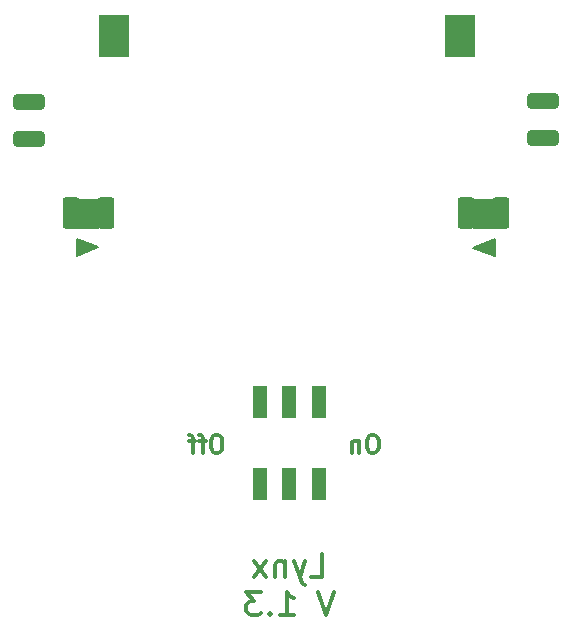
<source format=gbr>
%TF.GenerationSoftware,KiCad,Pcbnew,(6.0.10)*%
%TF.CreationDate,2023-11-18T20:59:03+01:00*%
%TF.ProjectId,Lynx,4c796e78-2e6b-4696-9361-645f70636258,V 1.3*%
%TF.SameCoordinates,Original*%
%TF.FileFunction,Soldermask,Bot*%
%TF.FilePolarity,Negative*%
%FSLAX46Y46*%
G04 Gerber Fmt 4.6, Leading zero omitted, Abs format (unit mm)*
G04 Created by KiCad (PCBNEW (6.0.10)) date 2023-11-18 20:59:03*
%MOMM*%
%LPD*%
G01*
G04 APERTURE LIST*
G04 Aperture macros list*
%AMRoundRect*
0 Rectangle with rounded corners*
0 $1 Rounding radius*
0 $2 $3 $4 $5 $6 $7 $8 $9 X,Y pos of 4 corners*
0 Add a 4 corners polygon primitive as box body*
4,1,4,$2,$3,$4,$5,$6,$7,$8,$9,$2,$3,0*
0 Add four circle primitives for the rounded corners*
1,1,$1+$1,$2,$3*
1,1,$1+$1,$4,$5*
1,1,$1+$1,$6,$7*
1,1,$1+$1,$8,$9*
0 Add four rect primitives between the rounded corners*
20,1,$1+$1,$2,$3,$4,$5,0*
20,1,$1+$1,$4,$5,$6,$7,0*
20,1,$1+$1,$6,$7,$8,$9,0*
20,1,$1+$1,$8,$9,$2,$3,0*%
G04 Aperture macros list end*
%ADD10C,0.100000*%
%ADD11C,0.200000*%
%ADD12C,0.300000*%
%ADD13R,1.200000X2.700000*%
%ADD14RoundRect,0.250001X0.462499X1.074999X-0.462499X1.074999X-0.462499X-1.074999X0.462499X-1.074999X0*%
%ADD15RoundRect,0.250001X-0.462499X-1.074999X0.462499X-1.074999X0.462499X1.074999X-0.462499X1.074999X0*%
%ADD16R,2.600000X3.600000*%
%ADD17RoundRect,0.250000X-1.075000X0.400000X-1.075000X-0.400000X1.075000X-0.400000X1.075000X0.400000X0*%
G04 APERTURE END LIST*
D10*
G36*
X63800000Y-84200000D02*
G01*
X62000000Y-84200000D01*
X62000000Y-81800000D01*
X63800000Y-81800000D01*
X63800000Y-84200000D01*
G37*
X63800000Y-84200000D02*
X62000000Y-84200000D01*
X62000000Y-81800000D01*
X63800000Y-81800000D01*
X63800000Y-84200000D01*
G36*
X97400000Y-84200000D02*
G01*
X95600000Y-84200000D01*
X95600000Y-81800000D01*
X97400000Y-81800000D01*
X97400000Y-84200000D01*
G37*
X97400000Y-84200000D02*
X95600000Y-84200000D01*
X95600000Y-81800000D01*
X97400000Y-81800000D01*
X97400000Y-84200000D01*
D11*
G36*
X97400000Y-86600000D02*
G01*
X95600000Y-85917241D01*
X97400000Y-85200000D01*
X97400000Y-86600000D01*
G37*
X97400000Y-86600000D02*
X95600000Y-85917241D01*
X97400000Y-85200000D01*
X97400000Y-86600000D01*
G36*
X63800000Y-85882759D02*
G01*
X62000000Y-86600000D01*
X62000000Y-85200000D01*
X63800000Y-85882759D01*
G37*
X63800000Y-85882759D02*
X62000000Y-86600000D01*
X62000000Y-85200000D01*
X63800000Y-85882759D01*
D12*
X87221428Y-101778571D02*
X86935714Y-101778571D01*
X86792857Y-101850000D01*
X86650000Y-101992857D01*
X86578571Y-102278571D01*
X86578571Y-102778571D01*
X86650000Y-103064285D01*
X86792857Y-103207142D01*
X86935714Y-103278571D01*
X87221428Y-103278571D01*
X87364285Y-103207142D01*
X87507142Y-103064285D01*
X87578571Y-102778571D01*
X87578571Y-102278571D01*
X87507142Y-101992857D01*
X87364285Y-101850000D01*
X87221428Y-101778571D01*
X85935714Y-102278571D02*
X85935714Y-103278571D01*
X85935714Y-102421428D02*
X85864285Y-102350000D01*
X85721428Y-102278571D01*
X85507142Y-102278571D01*
X85364285Y-102350000D01*
X85292857Y-102492857D01*
X85292857Y-103278571D01*
X74000000Y-101778571D02*
X73714285Y-101778571D01*
X73571428Y-101850000D01*
X73428571Y-101992857D01*
X73357142Y-102278571D01*
X73357142Y-102778571D01*
X73428571Y-103064285D01*
X73571428Y-103207142D01*
X73714285Y-103278571D01*
X74000000Y-103278571D01*
X74142857Y-103207142D01*
X74285714Y-103064285D01*
X74357142Y-102778571D01*
X74357142Y-102278571D01*
X74285714Y-101992857D01*
X74142857Y-101850000D01*
X74000000Y-101778571D01*
X72928571Y-102278571D02*
X72357142Y-102278571D01*
X72714285Y-103278571D02*
X72714285Y-101992857D01*
X72642857Y-101850000D01*
X72500000Y-101778571D01*
X72357142Y-101778571D01*
X72071428Y-102278571D02*
X71500000Y-102278571D01*
X71857142Y-103278571D02*
X71857142Y-101992857D01*
X71785714Y-101850000D01*
X71642857Y-101778571D01*
X71500000Y-101778571D01*
X81857142Y-113794761D02*
X82809523Y-113794761D01*
X82809523Y-111794761D01*
X81380952Y-112461428D02*
X80904761Y-113794761D01*
X80428571Y-112461428D02*
X80904761Y-113794761D01*
X81095238Y-114270952D01*
X81190476Y-114366190D01*
X81380952Y-114461428D01*
X79666666Y-112461428D02*
X79666666Y-113794761D01*
X79666666Y-112651904D02*
X79571428Y-112556666D01*
X79380952Y-112461428D01*
X79095238Y-112461428D01*
X78904761Y-112556666D01*
X78809523Y-112747142D01*
X78809523Y-113794761D01*
X78047619Y-113794761D02*
X77000000Y-112461428D01*
X78047619Y-112461428D02*
X77000000Y-113794761D01*
X83809523Y-115014761D02*
X83142857Y-117014761D01*
X82476190Y-115014761D01*
X79238095Y-117014761D02*
X80380952Y-117014761D01*
X79809523Y-117014761D02*
X79809523Y-115014761D01*
X80000000Y-115300476D01*
X80190476Y-115490952D01*
X80380952Y-115586190D01*
X78380952Y-116824285D02*
X78285714Y-116919523D01*
X78380952Y-117014761D01*
X78476190Y-116919523D01*
X78380952Y-116824285D01*
X78380952Y-117014761D01*
X77619047Y-115014761D02*
X76380952Y-115014761D01*
X77047619Y-115776666D01*
X76761904Y-115776666D01*
X76571428Y-115871904D01*
X76476190Y-115967142D01*
X76380952Y-116157619D01*
X76380952Y-116633809D01*
X76476190Y-116824285D01*
X76571428Y-116919523D01*
X76761904Y-117014761D01*
X77333333Y-117014761D01*
X77523809Y-116919523D01*
X77619047Y-116824285D01*
D13*
%TO.C,SW1*%
X82500000Y-99000000D03*
X80000000Y-99000000D03*
X77500000Y-99000000D03*
X82500000Y-105900000D03*
X80000000Y-105900000D03*
X77500000Y-105900000D03*
%TD*%
D14*
%TO.C,D1*%
X64487500Y-83000000D03*
X61512500Y-83000000D03*
%TD*%
D15*
%TO.C,D2*%
X95000000Y-83000000D03*
X97975000Y-83000000D03*
%TD*%
D16*
%TO.C,BT1*%
X65200000Y-68000000D03*
X94500000Y-68000000D03*
%TD*%
D17*
%TO.C,R1*%
X58000000Y-73600000D03*
X58000000Y-76700000D03*
%TD*%
%TO.C,R2*%
X101500000Y-73500000D03*
X101500000Y-76600000D03*
%TD*%
M02*

</source>
